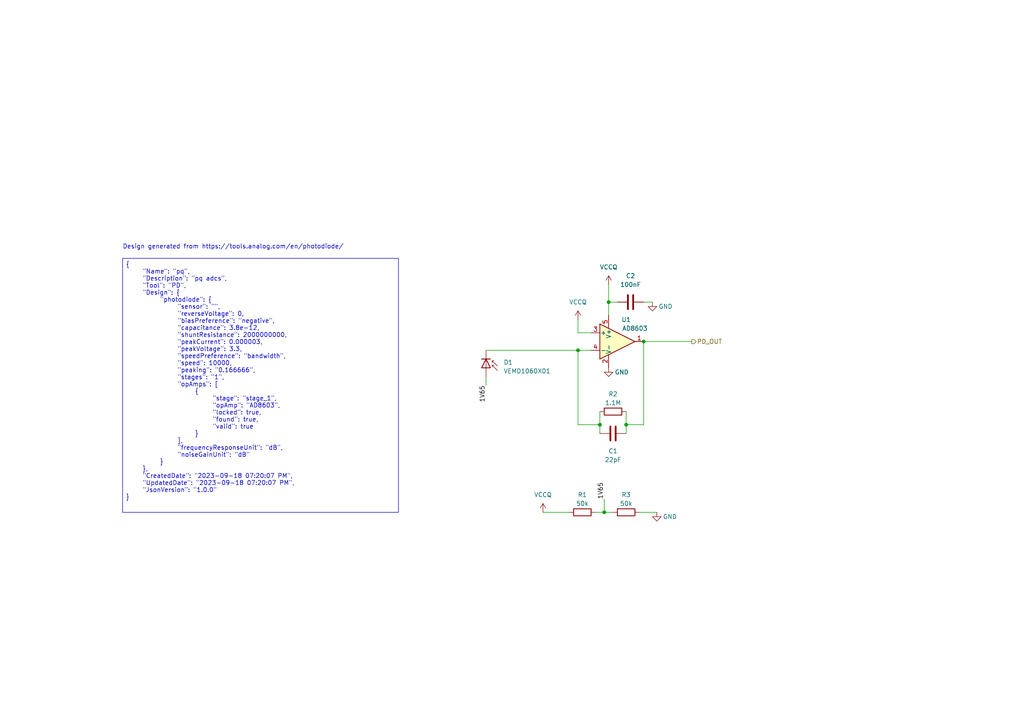
<source format=kicad_sch>
(kicad_sch (version 20230121) (generator eeschema)

  (uuid 1f811d12-ac6c-43e8-828f-d57925d96d48)

  (paper "A4")

  (lib_symbols
    (symbol "Amplifier_Operational:AD8603" (pin_names (offset 0.127)) (in_bom yes) (on_board yes)
      (property "Reference" "U" (at 0 5.08 0)
        (effects (font (size 1.27 1.27)) (justify left))
      )
      (property "Value" "AD8603" (at 0 -5.08 0)
        (effects (font (size 1.27 1.27)) (justify left))
      )
      (property "Footprint" "Package_TO_SOT_SMD:TSOT-23-5" (at 0 0 0)
        (effects (font (size 1.27 1.27)) hide)
      )
      (property "Datasheet" "https://www.analog.com/media/en/technical-documentation/data-sheets/AD8603_8607_8609.pdf" (at 0 5.08 0)
        (effects (font (size 1.27 1.27)) hide)
      )
      (property "ki_keywords" "single opamp" (at 0 0 0)
        (effects (font (size 1.27 1.27)) hide)
      )
      (property "ki_description" "Precision Micropower, Low Noise CMOS, Rail-to-Rail Input/Output Operational Amplifier, TSOT-23-5" (at 0 0 0)
        (effects (font (size 1.27 1.27)) hide)
      )
      (property "ki_fp_filters" "TSOT*23*" (at 0 0 0)
        (effects (font (size 1.27 1.27)) hide)
      )
      (symbol "AD8603_0_1"
        (polyline
          (pts
            (xy -5.08 5.08)
            (xy 5.08 0)
            (xy -5.08 -5.08)
            (xy -5.08 5.08)
          )
          (stroke (width 0.254) (type default))
          (fill (type background))
        )
        (pin power_in line (at -2.54 -7.62 90) (length 3.81)
          (name "V-" (effects (font (size 1.27 1.27))))
          (number "2" (effects (font (size 1.27 1.27))))
        )
        (pin power_in line (at -2.54 7.62 270) (length 3.81)
          (name "V+" (effects (font (size 1.27 1.27))))
          (number "5" (effects (font (size 1.27 1.27))))
        )
      )
      (symbol "AD8603_1_1"
        (pin output line (at 7.62 0 180) (length 2.54)
          (name "~" (effects (font (size 1.27 1.27))))
          (number "1" (effects (font (size 1.27 1.27))))
        )
        (pin input line (at -7.62 2.54 0) (length 2.54)
          (name "+" (effects (font (size 1.27 1.27))))
          (number "3" (effects (font (size 1.27 1.27))))
        )
        (pin input line (at -7.62 -2.54 0) (length 2.54)
          (name "-" (effects (font (size 1.27 1.27))))
          (number "4" (effects (font (size 1.27 1.27))))
        )
      )
    )
    (symbol "Device:C" (pin_numbers hide) (pin_names (offset 0.254)) (in_bom yes) (on_board yes)
      (property "Reference" "C" (at 0.635 2.54 0)
        (effects (font (size 1.27 1.27)) (justify left))
      )
      (property "Value" "C" (at 0.635 -2.54 0)
        (effects (font (size 1.27 1.27)) (justify left))
      )
      (property "Footprint" "" (at 0.9652 -3.81 0)
        (effects (font (size 1.27 1.27)) hide)
      )
      (property "Datasheet" "~" (at 0 0 0)
        (effects (font (size 1.27 1.27)) hide)
      )
      (property "ki_keywords" "cap capacitor" (at 0 0 0)
        (effects (font (size 1.27 1.27)) hide)
      )
      (property "ki_description" "Unpolarized capacitor" (at 0 0 0)
        (effects (font (size 1.27 1.27)) hide)
      )
      (property "ki_fp_filters" "C_*" (at 0 0 0)
        (effects (font (size 1.27 1.27)) hide)
      )
      (symbol "C_0_1"
        (polyline
          (pts
            (xy -2.032 -0.762)
            (xy 2.032 -0.762)
          )
          (stroke (width 0.508) (type default))
          (fill (type none))
        )
        (polyline
          (pts
            (xy -2.032 0.762)
            (xy 2.032 0.762)
          )
          (stroke (width 0.508) (type default))
          (fill (type none))
        )
      )
      (symbol "C_1_1"
        (pin passive line (at 0 3.81 270) (length 2.794)
          (name "~" (effects (font (size 1.27 1.27))))
          (number "1" (effects (font (size 1.27 1.27))))
        )
        (pin passive line (at 0 -3.81 90) (length 2.794)
          (name "~" (effects (font (size 1.27 1.27))))
          (number "2" (effects (font (size 1.27 1.27))))
        )
      )
    )
    (symbol "Device:D_Photo" (pin_numbers hide) (pin_names hide) (in_bom yes) (on_board yes)
      (property "Reference" "D" (at 0.508 1.778 0)
        (effects (font (size 1.27 1.27)) (justify left))
      )
      (property "Value" "D_Photo" (at -1.016 -2.794 0)
        (effects (font (size 1.27 1.27)))
      )
      (property "Footprint" "" (at -1.27 0 0)
        (effects (font (size 1.27 1.27)) hide)
      )
      (property "Datasheet" "~" (at -1.27 0 0)
        (effects (font (size 1.27 1.27)) hide)
      )
      (property "ki_keywords" "photodiode diode opto" (at 0 0 0)
        (effects (font (size 1.27 1.27)) hide)
      )
      (property "ki_description" "Photodiode" (at 0 0 0)
        (effects (font (size 1.27 1.27)) hide)
      )
      (symbol "D_Photo_0_1"
        (polyline
          (pts
            (xy -2.54 1.27)
            (xy -2.54 -1.27)
          )
          (stroke (width 0.254) (type default))
          (fill (type none))
        )
        (polyline
          (pts
            (xy -2.032 1.778)
            (xy -1.524 1.778)
          )
          (stroke (width 0) (type default))
          (fill (type none))
        )
        (polyline
          (pts
            (xy 0 0)
            (xy -2.54 0)
          )
          (stroke (width 0) (type default))
          (fill (type none))
        )
        (polyline
          (pts
            (xy -0.508 3.302)
            (xy -2.032 1.778)
            (xy -2.032 2.286)
          )
          (stroke (width 0) (type default))
          (fill (type none))
        )
        (polyline
          (pts
            (xy 0 -1.27)
            (xy 0 1.27)
            (xy -2.54 0)
            (xy 0 -1.27)
          )
          (stroke (width 0.254) (type default))
          (fill (type none))
        )
        (polyline
          (pts
            (xy 0.762 3.302)
            (xy -0.762 1.778)
            (xy -0.762 2.286)
            (xy -0.762 1.778)
            (xy -0.254 1.778)
          )
          (stroke (width 0) (type default))
          (fill (type none))
        )
      )
      (symbol "D_Photo_1_1"
        (pin passive line (at -5.08 0 0) (length 2.54)
          (name "K" (effects (font (size 1.27 1.27))))
          (number "1" (effects (font (size 1.27 1.27))))
        )
        (pin passive line (at 2.54 0 180) (length 2.54)
          (name "A" (effects (font (size 1.27 1.27))))
          (number "2" (effects (font (size 1.27 1.27))))
        )
      )
    )
    (symbol "Device:R" (pin_numbers hide) (pin_names (offset 0)) (in_bom yes) (on_board yes)
      (property "Reference" "R" (at 2.032 0 90)
        (effects (font (size 1.27 1.27)))
      )
      (property "Value" "R" (at 0 0 90)
        (effects (font (size 1.27 1.27)))
      )
      (property "Footprint" "" (at -1.778 0 90)
        (effects (font (size 1.27 1.27)) hide)
      )
      (property "Datasheet" "~" (at 0 0 0)
        (effects (font (size 1.27 1.27)) hide)
      )
      (property "ki_keywords" "R res resistor" (at 0 0 0)
        (effects (font (size 1.27 1.27)) hide)
      )
      (property "ki_description" "Resistor" (at 0 0 0)
        (effects (font (size 1.27 1.27)) hide)
      )
      (property "ki_fp_filters" "R_*" (at 0 0 0)
        (effects (font (size 1.27 1.27)) hide)
      )
      (symbol "R_0_1"
        (rectangle (start -1.016 -2.54) (end 1.016 2.54)
          (stroke (width 0.254) (type default))
          (fill (type none))
        )
      )
      (symbol "R_1_1"
        (pin passive line (at 0 3.81 270) (length 1.27)
          (name "~" (effects (font (size 1.27 1.27))))
          (number "1" (effects (font (size 1.27 1.27))))
        )
        (pin passive line (at 0 -3.81 90) (length 1.27)
          (name "~" (effects (font (size 1.27 1.27))))
          (number "2" (effects (font (size 1.27 1.27))))
        )
      )
    )
    (symbol "power:GND" (power) (pin_names (offset 0)) (in_bom yes) (on_board yes)
      (property "Reference" "#PWR" (at 0 -6.35 0)
        (effects (font (size 1.27 1.27)) hide)
      )
      (property "Value" "GND" (at 0 -3.81 0)
        (effects (font (size 1.27 1.27)))
      )
      (property "Footprint" "" (at 0 0 0)
        (effects (font (size 1.27 1.27)) hide)
      )
      (property "Datasheet" "" (at 0 0 0)
        (effects (font (size 1.27 1.27)) hide)
      )
      (property "ki_keywords" "global power" (at 0 0 0)
        (effects (font (size 1.27 1.27)) hide)
      )
      (property "ki_description" "Power symbol creates a global label with name \"GND\" , ground" (at 0 0 0)
        (effects (font (size 1.27 1.27)) hide)
      )
      (symbol "GND_0_1"
        (polyline
          (pts
            (xy 0 0)
            (xy 0 -1.27)
            (xy 1.27 -1.27)
            (xy 0 -2.54)
            (xy -1.27 -1.27)
            (xy 0 -1.27)
          )
          (stroke (width 0) (type default))
          (fill (type none))
        )
      )
      (symbol "GND_1_1"
        (pin power_in line (at 0 0 270) (length 0) hide
          (name "GND" (effects (font (size 1.27 1.27))))
          (number "1" (effects (font (size 1.27 1.27))))
        )
      )
    )
    (symbol "power:VCCQ" (power) (pin_names (offset 0)) (in_bom yes) (on_board yes)
      (property "Reference" "#PWR" (at 0 -3.81 0)
        (effects (font (size 1.27 1.27)) hide)
      )
      (property "Value" "VCCQ" (at 0 3.81 0)
        (effects (font (size 1.27 1.27)))
      )
      (property "Footprint" "" (at 0 0 0)
        (effects (font (size 1.27 1.27)) hide)
      )
      (property "Datasheet" "" (at 0 0 0)
        (effects (font (size 1.27 1.27)) hide)
      )
      (property "ki_keywords" "global power" (at 0 0 0)
        (effects (font (size 1.27 1.27)) hide)
      )
      (property "ki_description" "Power symbol creates a global label with name \"VCCQ\"" (at 0 0 0)
        (effects (font (size 1.27 1.27)) hide)
      )
      (symbol "VCCQ_0_1"
        (polyline
          (pts
            (xy -0.762 1.27)
            (xy 0 2.54)
          )
          (stroke (width 0) (type default))
          (fill (type none))
        )
        (polyline
          (pts
            (xy 0 0)
            (xy 0 2.54)
          )
          (stroke (width 0) (type default))
          (fill (type none))
        )
        (polyline
          (pts
            (xy 0 2.54)
            (xy 0.762 1.27)
          )
          (stroke (width 0) (type default))
          (fill (type none))
        )
      )
      (symbol "VCCQ_1_1"
        (pin power_in line (at 0 0 90) (length 0) hide
          (name "VCCQ" (effects (font (size 1.27 1.27))))
          (number "1" (effects (font (size 1.27 1.27))))
        )
      )
    )
  )

  (junction (at 167.64 101.6) (diameter 0) (color 0 0 0 0)
    (uuid 3e6de78f-dbf9-4ff4-9faf-552a446f951f)
  )
  (junction (at 173.99 123.19) (diameter 0) (color 0 0 0 0)
    (uuid 676d16e8-a756-4060-bf4b-9fc5aeb5948a)
  )
  (junction (at 186.69 99.06) (diameter 0) (color 0 0 0 0)
    (uuid 6f076162-51eb-4bb1-a4fd-0ff9379894d4)
  )
  (junction (at 176.53 87.63) (diameter 0) (color 0 0 0 0)
    (uuid 8e5ee719-510e-4cf8-95ca-ad74bbaee37b)
  )
  (junction (at 181.61 123.19) (diameter 0) (color 0 0 0 0)
    (uuid 9b669da0-a5e3-4caf-a210-f8673eab9f47)
  )
  (junction (at 175.26 148.59) (diameter 0) (color 0 0 0 0)
    (uuid b220ad60-e37b-4fdf-a2d3-fc94bef5313f)
  )

  (wire (pts (xy 167.64 123.19) (xy 173.99 123.19))
    (stroke (width 0) (type default))
    (uuid 03ed4ef4-71cb-4461-b056-a9ef832846f4)
  )
  (wire (pts (xy 140.97 111.76) (xy 140.97 109.22))
    (stroke (width 0) (type default))
    (uuid 097c2100-81f4-4862-a875-7fdbfc449425)
  )
  (wire (pts (xy 179.07 87.63) (xy 176.53 87.63))
    (stroke (width 0) (type default))
    (uuid 0d4a7905-7d82-49c2-a4ac-ac0d2895252f)
  )
  (wire (pts (xy 167.64 96.52) (xy 171.45 96.52))
    (stroke (width 0) (type default))
    (uuid 0f6cb13b-21a9-43c6-b7eb-55737f6f6cc1)
  )
  (wire (pts (xy 186.69 99.06) (xy 200.66 99.06))
    (stroke (width 0) (type default))
    (uuid 18161890-f541-422c-921b-0647dab73b74)
  )
  (wire (pts (xy 173.99 123.19) (xy 173.99 125.73))
    (stroke (width 0) (type default))
    (uuid 18c422cf-4725-4774-b158-cb809fc05e18)
  )
  (wire (pts (xy 175.26 144.78) (xy 175.26 148.59))
    (stroke (width 0) (type default))
    (uuid 1a896aa8-9fa9-4a67-87a4-de3275cf56f7)
  )
  (wire (pts (xy 167.64 101.6) (xy 167.64 123.19))
    (stroke (width 0) (type default))
    (uuid 1cddd635-9520-458d-a1b4-0bd0c75cb404)
  )
  (wire (pts (xy 157.48 148.59) (xy 165.1 148.59))
    (stroke (width 0) (type default))
    (uuid 271048fe-6de5-468f-9927-b9a428d22bc0)
  )
  (wire (pts (xy 181.61 123.19) (xy 186.69 123.19))
    (stroke (width 0) (type default))
    (uuid 30cb861b-707d-455b-b115-d2aef0c0a491)
  )
  (wire (pts (xy 140.97 101.6) (xy 167.64 101.6))
    (stroke (width 0) (type default))
    (uuid 45c1d68e-faa2-4745-8c0d-201e02a50346)
  )
  (wire (pts (xy 186.69 123.19) (xy 186.69 99.06))
    (stroke (width 0) (type default))
    (uuid 483f1f27-146c-4e3d-a3e8-67b4311b024e)
  )
  (wire (pts (xy 167.64 101.6) (xy 171.45 101.6))
    (stroke (width 0) (type default))
    (uuid 4d5d5138-eb63-4433-992c-26daf8f3897b)
  )
  (wire (pts (xy 172.72 148.59) (xy 175.26 148.59))
    (stroke (width 0) (type default))
    (uuid 56f4228c-1fbe-427c-8aed-21f36c4e0933)
  )
  (wire (pts (xy 167.64 92.71) (xy 167.64 96.52))
    (stroke (width 0) (type default))
    (uuid 74036cd9-12b1-4c34-9de1-2ded4946fff3)
  )
  (wire (pts (xy 173.99 119.38) (xy 173.99 123.19))
    (stroke (width 0) (type default))
    (uuid 78a24ba3-12e8-490c-a57b-54f8e343c2f9)
  )
  (wire (pts (xy 176.53 82.55) (xy 176.53 87.63))
    (stroke (width 0) (type default))
    (uuid 7962a476-36ea-4d2f-826a-b4c28e6d79f7)
  )
  (wire (pts (xy 181.61 119.38) (xy 181.61 123.19))
    (stroke (width 0) (type default))
    (uuid 81d43c89-35f7-4edc-b4d3-b0dc8606a503)
  )
  (wire (pts (xy 176.53 87.63) (xy 176.53 91.44))
    (stroke (width 0) (type default))
    (uuid 9136ab02-e207-41a7-a952-04fe798b23a5)
  )
  (wire (pts (xy 185.42 148.59) (xy 190.5 148.59))
    (stroke (width 0) (type default))
    (uuid 9f72cbbc-deb9-4c68-ae28-661ca866fb43)
  )
  (wire (pts (xy 175.26 148.59) (xy 177.8 148.59))
    (stroke (width 0) (type default))
    (uuid b9820c88-c81a-4e11-9121-3012b0334e3d)
  )
  (wire (pts (xy 181.61 123.19) (xy 181.61 125.73))
    (stroke (width 0) (type default))
    (uuid dd328b36-31b4-4528-abbb-d4339fee1db1)
  )
  (wire (pts (xy 186.69 87.63) (xy 189.23 87.63))
    (stroke (width 0) (type default))
    (uuid ed064310-8322-4ee9-9145-d6a91b4b11be)
  )

  (text_box "{\n	\"Name\": \"pq\",\n	\"Description\": \"pq adcs\",\n	\"Tool\": \"PD\",\n	\"Design\": {\n		\"photodiode\": {\n			\"sensor\": \"\",\n			\"reverseVoltage\": 0,\n			\"biasPreference\": \"negative\",\n			\"capacitance\": 3.8e-12,\n			\"shuntResistance\": 2000000000,\n			\"peakCurrent\": 0.000003,\n			\"peakVoltage\": 3.3,\n			\"speedPreference\": \"bandwidth\",\n			\"speed\": 10000,\n			\"peaking\": \"0.166666\",\n			\"stages\": \"1\",\n			\"opAmps\": [\n				{\n					\"stage\": \"stage_1\",\n					\"opAmp\": \"AD8603\",\n					\"locked\": true,\n					\"found\": true,\n					\"valid\": true\n				}\n			],\n			\"frequencyResponseUnit\": \"dB\",\n			\"noiseGainUnit\": \"dB\"\n		}\n	},\n	\"CreatedDate\": \"2023-09-18 07:20:07 PM\",\n	\"UpdatedDate\": \"2023-09-18 07:20:07 PM\",\n	\"JsonVersion\": \"1.0.0\"\n}\n"
    (at 35.56 74.93 0) (size 80.01 73.66)
    (stroke (width 0) (type default))
    (fill (type none))
    (effects (font (size 1.27 1.27)) (justify left top))
    (uuid 2c69476c-f3d0-4404-9b0d-1902f7cd6416)
  )

  (text "Design generated from https://tools.analog.com/en/photodiode/"
    (at 35.56 72.39 0)
    (effects (font (size 1.27 1.27)) (justify left bottom))
    (uuid a5f80008-b39d-4f76-84b6-40c0e2d5b145)
  )

  (label "1V65" (at 175.26 144.78 90) (fields_autoplaced)
    (effects (font (size 1.27 1.27)) (justify left bottom))
    (uuid 5d1b79c7-fb63-426f-be1f-baa93847b4f3)
  )
  (label "1V65" (at 140.97 111.76 270) (fields_autoplaced)
    (effects (font (size 1.27 1.27)) (justify right bottom))
    (uuid a517dcbc-102e-4bcf-b625-c39bc5ff2e7b)
  )

  (hierarchical_label "PD_OUT" (shape output) (at 200.66 99.06 0) (fields_autoplaced)
    (effects (font (size 1.27 1.27)) (justify left))
    (uuid 9096adbe-4121-463d-9e64-3c1a60fe2001)
  )

  (symbol (lib_id "power:VCCQ") (at 167.64 92.71 0) (unit 1)
    (in_bom yes) (on_board yes) (dnp no)
    (uuid 1e72bb28-becd-49df-85d2-f9108dc74f80)
    (property "Reference" "#PWR04" (at 167.64 96.52 0)
      (effects (font (size 1.27 1.27)) hide)
    )
    (property "Value" "VCCQ" (at 167.64 87.63 0)
      (effects (font (size 1.27 1.27)))
    )
    (property "Footprint" "" (at 167.64 92.71 0)
      (effects (font (size 1.27 1.27)) hide)
    )
    (property "Datasheet" "" (at 167.64 92.71 0)
      (effects (font (size 1.27 1.27)) hide)
    )
    (pin "1" (uuid d0f024ad-d84c-42f0-87d8-6e8cd6d5607e))
    (instances
      (project "NEW_PCB_ADCS"
        (path "/42c40d7d-71af-4ce9-bac9-d638f259c957/c29ef61c-00a4-4c47-8fd5-831f174cebbb"
          (reference "#PWR04") (unit 1)
        )
      )
    )
  )

  (symbol (lib_id "power:VCCQ") (at 157.48 148.59 0) (unit 1)
    (in_bom yes) (on_board yes) (dnp no)
    (uuid 2f4d998c-49d3-459a-ba7b-d48efe34a476)
    (property "Reference" "#PWR03" (at 157.48 152.4 0)
      (effects (font (size 1.27 1.27)) hide)
    )
    (property "Value" "VCCQ" (at 157.48 143.51 0)
      (effects (font (size 1.27 1.27)))
    )
    (property "Footprint" "" (at 157.48 148.59 0)
      (effects (font (size 1.27 1.27)) hide)
    )
    (property "Datasheet" "" (at 157.48 148.59 0)
      (effects (font (size 1.27 1.27)) hide)
    )
    (pin "1" (uuid e5d7fc73-3257-4138-ba95-d05e5ad33f19))
    (instances
      (project "NEW_PCB_ADCS"
        (path "/42c40d7d-71af-4ce9-bac9-d638f259c957/c29ef61c-00a4-4c47-8fd5-831f174cebbb"
          (reference "#PWR03") (unit 1)
        )
      )
    )
  )

  (symbol (lib_id "power:GND") (at 189.23 87.63 0) (unit 1)
    (in_bom yes) (on_board yes) (dnp no)
    (uuid 33b299e9-6841-4ed9-a1e6-fb0d3e35822b)
    (property "Reference" "#PWR07" (at 189.23 93.98 0)
      (effects (font (size 1.27 1.27)) hide)
    )
    (property "Value" "GND" (at 193.04 88.9 0)
      (effects (font (size 1.27 1.27)))
    )
    (property "Footprint" "" (at 189.23 87.63 0)
      (effects (font (size 1.27 1.27)) hide)
    )
    (property "Datasheet" "" (at 189.23 87.63 0)
      (effects (font (size 1.27 1.27)) hide)
    )
    (pin "1" (uuid 4f001896-9222-449d-a358-a0b2afe616df))
    (instances
      (project "NEW_PCB_ADCS"
        (path "/42c40d7d-71af-4ce9-bac9-d638f259c957/c29ef61c-00a4-4c47-8fd5-831f174cebbb"
          (reference "#PWR07") (unit 1)
        )
      )
    )
  )

  (symbol (lib_id "Amplifier_Operational:AD8603") (at 179.07 99.06 0) (unit 1)
    (in_bom yes) (on_board yes) (dnp no)
    (uuid 36db8c25-e26d-4e49-9ba5-91e6627e5af2)
    (property "Reference" "U1" (at 181.61 92.71 0)
      (effects (font (size 1.27 1.27)))
    )
    (property "Value" "AD8603" (at 184.15 95.25 0)
      (effects (font (size 1.27 1.27)))
    )
    (property "Footprint" "Package_TO_SOT_SMD:TSOT-23-5" (at 179.07 99.06 0)
      (effects (font (size 1.27 1.27)) hide)
    )
    (property "Datasheet" "https://www.analog.com/media/en/technical-documentation/data-sheets/AD8603_8607_8609.pdf" (at 179.07 93.98 0)
      (effects (font (size 1.27 1.27)) hide)
    )
    (property "Part Number" "AD8603AUJZ-REEL" (at 179.07 99.06 0)
      (effects (font (size 1.27 1.27)) hide)
    )
    (pin "2" (uuid 33a95020-5a36-4339-8f10-c30495f0337c))
    (pin "5" (uuid a47b45c6-bd54-4bef-b37f-e66808555b76))
    (pin "1" (uuid 4d1ba613-9d83-492a-b3fc-4edf29b03cee))
    (pin "3" (uuid 111ff60d-7d34-48d4-bec1-a5cdb7a4afd4))
    (pin "4" (uuid 7f69a38a-e358-416f-a9c8-84279170a296))
    (instances
      (project "NEW_PCB_ADCS"
        (path "/42c40d7d-71af-4ce9-bac9-d638f259c957/c29ef61c-00a4-4c47-8fd5-831f174cebbb"
          (reference "U1") (unit 1)
        )
      )
    )
  )

  (symbol (lib_id "Device:D_Photo") (at 140.97 106.68 270) (unit 1)
    (in_bom yes) (on_board yes) (dnp no) (fields_autoplaced)
    (uuid 40f01227-ffb2-4950-9ebb-35668597dae1)
    (property "Reference" "D1" (at 146.05 105.0925 90)
      (effects (font (size 1.27 1.27)) (justify left))
    )
    (property "Value" "VEMD1060X01" (at 146.05 107.6325 90)
      (effects (font (size 1.27 1.27)) (justify left))
    )
    (property "Footprint" "LED_SMD:LED_0805_2012Metric_Pad1.15x1.40mm_HandSolder" (at 140.97 105.41 0)
      (effects (font (size 1.27 1.27)) hide)
    )
    (property "Datasheet" "https://www.vishay.com/doc?84295" (at 140.97 105.41 0)
      (effects (font (size 1.27 1.27)) hide)
    )
    (property "MPN" "VEMD1060X01" (at 140.97 106.68 0)
      (effects (font (size 1.27 1.27)) hide)
    )
    (property "Part Number" "VEMD1060X01" (at 140.97 106.68 0)
      (effects (font (size 1.27 1.27)) hide)
    )
    (pin "1" (uuid 1f87ec51-1db3-4fce-a08f-56415d92b1fd))
    (pin "2" (uuid a3c5757b-bcec-4b66-aa39-7beb341572ef))
    (instances
      (project "NEW_PCB_ADCS"
        (path "/42c40d7d-71af-4ce9-bac9-d638f259c957/c29ef61c-00a4-4c47-8fd5-831f174cebbb"
          (reference "D1") (unit 1)
        )
      )
    )
  )

  (symbol (lib_id "Device:C") (at 177.8 125.73 270) (unit 1)
    (in_bom yes) (on_board yes) (dnp no) (fields_autoplaced)
    (uuid 4a849e08-926c-4e58-8e39-64f9c407e0e2)
    (property "Reference" "C1" (at 177.8 130.81 90)
      (effects (font (size 1.27 1.27)))
    )
    (property "Value" "22pF" (at 177.8 133.35 90)
      (effects (font (size 1.27 1.27)))
    )
    (property "Footprint" "Capacitor_SMD:C_0603_1608Metric" (at 173.99 126.6952 0)
      (effects (font (size 1.27 1.27)) hide)
    )
    (property "Datasheet" "~" (at 177.8 125.73 0)
      (effects (font (size 1.27 1.27)) hide)
    )
    (pin "1" (uuid 62bdd666-0002-4233-93dc-9e86ee8a57be))
    (pin "2" (uuid 1c72476d-a37b-4d89-bc83-b1e03f9d5af9))
    (instances
      (project "NEW_PCB_ADCS"
        (path "/42c40d7d-71af-4ce9-bac9-d638f259c957/c29ef61c-00a4-4c47-8fd5-831f174cebbb"
          (reference "C1") (unit 1)
        )
      )
    )
  )

  (symbol (lib_id "power:GND") (at 176.53 106.68 0) (unit 1)
    (in_bom yes) (on_board yes) (dnp no)
    (uuid 5bb2e6df-2109-4a7b-8480-5d7a1e08919b)
    (property "Reference" "#PWR06" (at 176.53 113.03 0)
      (effects (font (size 1.27 1.27)) hide)
    )
    (property "Value" "GND" (at 180.34 107.95 0)
      (effects (font (size 1.27 1.27)))
    )
    (property "Footprint" "" (at 176.53 106.68 0)
      (effects (font (size 1.27 1.27)) hide)
    )
    (property "Datasheet" "" (at 176.53 106.68 0)
      (effects (font (size 1.27 1.27)) hide)
    )
    (pin "1" (uuid 7c42b425-4d32-4334-a7ae-02630aafc6de))
    (instances
      (project "NEW_PCB_ADCS"
        (path "/42c40d7d-71af-4ce9-bac9-d638f259c957/c29ef61c-00a4-4c47-8fd5-831f174cebbb"
          (reference "#PWR06") (unit 1)
        )
      )
    )
  )

  (symbol (lib_id "Device:R") (at 177.8 119.38 90) (unit 1)
    (in_bom yes) (on_board yes) (dnp no) (fields_autoplaced)
    (uuid 69645a3b-b1f4-4345-b012-0d9bc8755790)
    (property "Reference" "R2" (at 177.8 114.3 90)
      (effects (font (size 1.27 1.27)))
    )
    (property "Value" "1.1M" (at 177.8 116.84 90)
      (effects (font (size 1.27 1.27)))
    )
    (property "Footprint" "Resistor_SMD:R_0603_1608Metric" (at 177.8 121.158 90)
      (effects (font (size 1.27 1.27)) hide)
    )
    (property "Datasheet" "~" (at 177.8 119.38 0)
      (effects (font (size 1.27 1.27)) hide)
    )
    (property "Part Number" "AC0603FR-071M1L" (at 177.8 119.38 0)
      (effects (font (size 1.27 1.27)) hide)
    )
    (pin "1" (uuid 423f4e47-9da4-42fd-9975-095656b8cba3))
    (pin "2" (uuid 06d90b1a-f378-43e7-932b-1507cd1b16c1))
    (instances
      (project "NEW_PCB_ADCS"
        (path "/42c40d7d-71af-4ce9-bac9-d638f259c957/c29ef61c-00a4-4c47-8fd5-831f174cebbb"
          (reference "R2") (unit 1)
        )
      )
    )
  )

  (symbol (lib_id "Device:R") (at 168.91 148.59 90) (unit 1)
    (in_bom yes) (on_board yes) (dnp no) (fields_autoplaced)
    (uuid 717bc568-2fed-4608-a315-6d55b1e47a4a)
    (property "Reference" "R1" (at 168.91 143.51 90)
      (effects (font (size 1.27 1.27)))
    )
    (property "Value" "50k" (at 168.91 146.05 90)
      (effects (font (size 1.27 1.27)))
    )
    (property "Footprint" "Resistor_SMD:R_0603_1608Metric" (at 168.91 150.368 90)
      (effects (font (size 1.27 1.27)) hide)
    )
    (property "Datasheet" "~" (at 168.91 148.59 0)
      (effects (font (size 1.27 1.27)) hide)
    )
    (property "Part Number" "RT0603BRD0750KL" (at 168.91 148.59 0)
      (effects (font (size 1.27 1.27)) hide)
    )
    (pin "1" (uuid e6a9ae3e-6be1-4350-b2ff-aa1be22ea9a8))
    (pin "2" (uuid ed655312-07f0-415f-9e73-9a21900974a9))
    (instances
      (project "NEW_PCB_ADCS"
        (path "/42c40d7d-71af-4ce9-bac9-d638f259c957/c29ef61c-00a4-4c47-8fd5-831f174cebbb"
          (reference "R1") (unit 1)
        )
      )
    )
  )

  (symbol (lib_id "power:VCCQ") (at 176.53 82.55 0) (unit 1)
    (in_bom yes) (on_board yes) (dnp no)
    (uuid ce04582c-fe2f-44dc-9b25-e5fd861a6fcc)
    (property "Reference" "#PWR05" (at 176.53 86.36 0)
      (effects (font (size 1.27 1.27)) hide)
    )
    (property "Value" "VCCQ" (at 176.53 77.47 0)
      (effects (font (size 1.27 1.27)))
    )
    (property "Footprint" "" (at 176.53 82.55 0)
      (effects (font (size 1.27 1.27)) hide)
    )
    (property "Datasheet" "" (at 176.53 82.55 0)
      (effects (font (size 1.27 1.27)) hide)
    )
    (pin "1" (uuid 292a2eec-f0ff-46f5-83bf-6165e29bfec4))
    (instances
      (project "NEW_PCB_ADCS"
        (path "/42c40d7d-71af-4ce9-bac9-d638f259c957/c29ef61c-00a4-4c47-8fd5-831f174cebbb"
          (reference "#PWR05") (unit 1)
        )
      )
    )
  )

  (symbol (lib_id "power:GND") (at 190.5 148.59 0) (unit 1)
    (in_bom yes) (on_board yes) (dnp no)
    (uuid dff9001d-4331-4280-969a-269ff1d35f79)
    (property "Reference" "#PWR08" (at 190.5 154.94 0)
      (effects (font (size 1.27 1.27)) hide)
    )
    (property "Value" "GND" (at 194.31 149.86 0)
      (effects (font (size 1.27 1.27)))
    )
    (property "Footprint" "" (at 190.5 148.59 0)
      (effects (font (size 1.27 1.27)) hide)
    )
    (property "Datasheet" "" (at 190.5 148.59 0)
      (effects (font (size 1.27 1.27)) hide)
    )
    (pin "1" (uuid 1bd69cb6-3812-4135-9c80-15e63bca2b6d))
    (instances
      (project "NEW_PCB_ADCS"
        (path "/42c40d7d-71af-4ce9-bac9-d638f259c957/c29ef61c-00a4-4c47-8fd5-831f174cebbb"
          (reference "#PWR08") (unit 1)
        )
      )
    )
  )

  (symbol (lib_id "Device:R") (at 181.61 148.59 90) (unit 1)
    (in_bom yes) (on_board yes) (dnp no) (fields_autoplaced)
    (uuid f201e74e-528b-4688-a962-1ccc974edbfe)
    (property "Reference" "R3" (at 181.61 143.51 90)
      (effects (font (size 1.27 1.27)))
    )
    (property "Value" "50k" (at 181.61 146.05 90)
      (effects (font (size 1.27 1.27)))
    )
    (property "Footprint" "Resistor_SMD:R_0603_1608Metric" (at 181.61 150.368 90)
      (effects (font (size 1.27 1.27)) hide)
    )
    (property "Datasheet" "~" (at 181.61 148.59 0)
      (effects (font (size 1.27 1.27)) hide)
    )
    (property "Part Number" "RT0603BRD0750KL" (at 181.61 148.59 0)
      (effects (font (size 1.27 1.27)) hide)
    )
    (pin "1" (uuid 5cde1cb3-d141-4402-b790-71279b54c378))
    (pin "2" (uuid 3adbbc67-9c0a-4a8b-881a-821bb56d01cc))
    (instances
      (project "NEW_PCB_ADCS"
        (path "/42c40d7d-71af-4ce9-bac9-d638f259c957/c29ef61c-00a4-4c47-8fd5-831f174cebbb"
          (reference "R3") (unit 1)
        )
      )
    )
  )

  (symbol (lib_id "Device:C") (at 182.88 87.63 90) (unit 1)
    (in_bom yes) (on_board yes) (dnp no) (fields_autoplaced)
    (uuid fb7713e9-c5ac-49aa-892d-e62ccee27f05)
    (property "Reference" "C2" (at 182.88 80.01 90)
      (effects (font (size 1.27 1.27)))
    )
    (property "Value" "100nF" (at 182.88 82.55 90)
      (effects (font (size 1.27 1.27)))
    )
    (property "Footprint" "Capacitor_SMD:C_0603_1608Metric" (at 186.69 86.6648 0)
      (effects (font (size 1.27 1.27)) hide)
    )
    (property "Datasheet" "~" (at 182.88 87.63 0)
      (effects (font (size 1.27 1.27)) hide)
    )
    (property "Part Number" "C0603C104K9RACTU" (at 182.88 87.63 0)
      (effects (font (size 1.27 1.27)) hide)
    )
    (pin "1" (uuid 5621b95d-5519-4f73-8946-493907374d54))
    (pin "2" (uuid b8cb214e-257b-495a-93ce-87e441c5f451))
    (instances
      (project "NEW_PCB_ADCS"
        (path "/42c40d7d-71af-4ce9-bac9-d638f259c957/c29ef61c-00a4-4c47-8fd5-831f174cebbb"
          (reference "C2") (unit 1)
        )
      )
    )
  )
)

</source>
